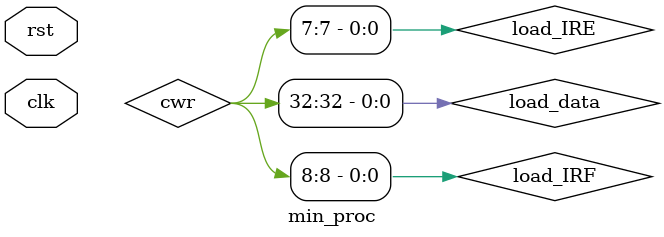
<source format=v>
module min_proc(clk,rst);
input clk,rst;
wire [114:0] ctrl_lines;
wire [33:0] cwr;
wire [15:0] IRF_out,IRE_out;
wire [15:0] EDB,EAB;
wire z_flag,load_IRF,load_IRE,load_data,ctrl_data_out;

datapath dt(clk,rst,ctrl_lines,z_flag,EAB,EDB);

reg_IR IRF(clk,rst,load_IRF,EDB,IRF_out);
assign load_IRF=cwr[8];

reg_IR IRE(clk,rst,load_IRE,IRF_out,IRE_out);
assign load_IRE=cwr[7];

memory mem(EDB,EAB,load_data,clk,ctrl_data_out);
assign load_data=cwr[32];
assign ctrl_data_out=cwr[33];
controller ctr(clk,rst,z_flag,IRF_out,cwr);

control_line_gen clg(IRE_out,cwr,ctrl_lines);
endmodule

</source>
